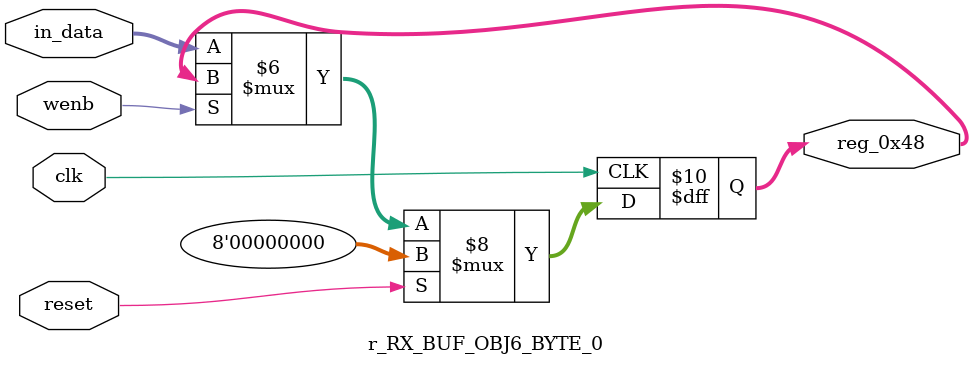
<source format=v>
module r_RX_BUF_OBJ6_BYTE_0(output reg [7:0] reg_0x48, input wire reset, input wire wenb, input wire [7:0] in_data, input wire clk);
	always@(posedge clk)
	begin
		if(reset==0) begin
			if(wenb==0)
				reg_0x48<=in_data;
			else
				reg_0x48<=reg_0x48;
		end
		else
			reg_0x48<=8'h00;
	end
endmodule
</source>
